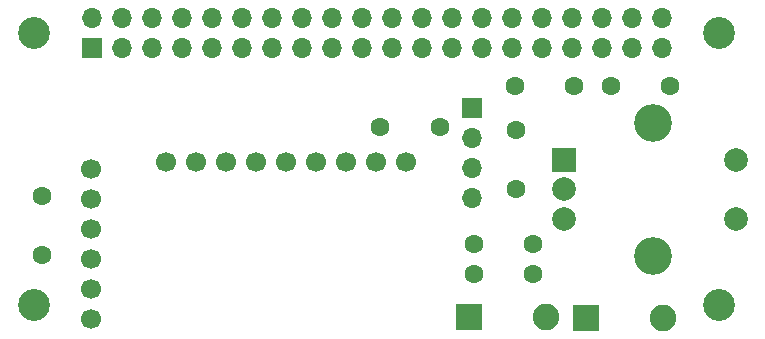
<source format=gts>
G04 #@! TF.GenerationSoftware,KiCad,Pcbnew,7.0.9*
G04 #@! TF.CreationDate,2023-11-21T09:09:52+00:00*
G04 #@! TF.ProjectId,Rpi-Zero-MiniDexed-IOBoard,5270692d-5a65-4726-9f2d-4d696e694465,rev?*
G04 #@! TF.SameCoordinates,Original*
G04 #@! TF.FileFunction,Soldermask,Top*
G04 #@! TF.FilePolarity,Negative*
%FSLAX46Y46*%
G04 Gerber Fmt 4.6, Leading zero omitted, Abs format (unit mm)*
G04 Created by KiCad (PCBNEW 7.0.9) date 2023-11-21 09:09:52*
%MOMM*%
%LPD*%
G01*
G04 APERTURE LIST*
%ADD10C,2.700000*%
%ADD11C,1.600000*%
%ADD12C,1.700000*%
%ADD13R,2.250000X2.250000*%
%ADD14C,2.250000*%
%ADD15R,1.700000X1.700000*%
%ADD16O,1.700000X1.700000*%
%ADD17R,2.000000X2.000000*%
%ADD18C,2.000000*%
%ADD19C,3.200000*%
G04 APERTURE END LIST*
D10*
X161500000Y-73500000D03*
D11*
X149230000Y-77980000D03*
X144230000Y-77980000D03*
D12*
X108315000Y-85030000D03*
X108315000Y-87570000D03*
X108315000Y-90110000D03*
X108315000Y-92650000D03*
X108315000Y-95190000D03*
X108315000Y-97730000D03*
X134985000Y-84395000D03*
X132445000Y-84395000D03*
X129905000Y-84395000D03*
X127365000Y-84395000D03*
X124825000Y-84395000D03*
X122285000Y-84395000D03*
X119745000Y-84395000D03*
X117205000Y-84395000D03*
X114665000Y-84395000D03*
D13*
X140340000Y-97490000D03*
D14*
X146840000Y-97490000D03*
D13*
X150220000Y-97580000D03*
D14*
X156720000Y-97580000D03*
D11*
X144290000Y-86700000D03*
X144290000Y-81700000D03*
D15*
X140580000Y-79830000D03*
D16*
X140580000Y-82370000D03*
X140580000Y-84910000D03*
X140580000Y-87450000D03*
D11*
X137820000Y-81460000D03*
X132820000Y-81460000D03*
X145740000Y-91340000D03*
X140740000Y-91340000D03*
D10*
X103500000Y-96500000D03*
X103500000Y-73500000D03*
D11*
X104130000Y-92250000D03*
X104130000Y-87250000D03*
D17*
X148390000Y-84220000D03*
D18*
X148390000Y-89220000D03*
X148390000Y-86720000D03*
D19*
X155890000Y-81120000D03*
X155890000Y-92320000D03*
D18*
X162890000Y-89220000D03*
X162890000Y-84220000D03*
D10*
X161500000Y-96500000D03*
D11*
X157330000Y-77940000D03*
X152330000Y-77940000D03*
X145730000Y-93900000D03*
X140730000Y-93900000D03*
D15*
X108370000Y-74770000D03*
D16*
X108370000Y-72230000D03*
X110910000Y-74770000D03*
X110910000Y-72230000D03*
X113450000Y-74770000D03*
X113450000Y-72230000D03*
X115990000Y-74770000D03*
X115990000Y-72230000D03*
X118530000Y-74770000D03*
X118530000Y-72230000D03*
X121070000Y-74770000D03*
X121070000Y-72230000D03*
X123610000Y-74770000D03*
X123610000Y-72230000D03*
X126150000Y-74770000D03*
X126150000Y-72230000D03*
X128690000Y-74770000D03*
X128690000Y-72230000D03*
X131230000Y-74770000D03*
X131230000Y-72230000D03*
X133770000Y-74770000D03*
X133770000Y-72230000D03*
X136310000Y-74770000D03*
X136310000Y-72230000D03*
X138850000Y-74770000D03*
X138850000Y-72230000D03*
X141390000Y-74770000D03*
X141390000Y-72230000D03*
X143930000Y-74770000D03*
X143930000Y-72230000D03*
X146470000Y-74770000D03*
X146470000Y-72230000D03*
X149010000Y-74770000D03*
X149010000Y-72230000D03*
X151550000Y-74770000D03*
X151550000Y-72230000D03*
X154090000Y-74770000D03*
X154090000Y-72230000D03*
X156630000Y-74770000D03*
X156630000Y-72230000D03*
M02*

</source>
